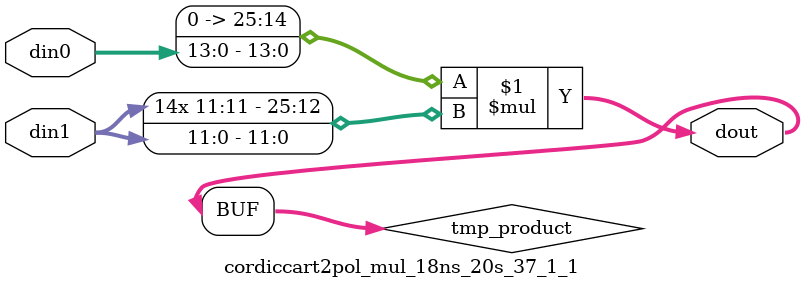
<source format=v>

`timescale 1 ns / 1 ps

 module cordiccart2pol_mul_18ns_20s_37_1_1(din0, din1, dout);
parameter ID = 1;
parameter NUM_STAGE = 0;
parameter din0_WIDTH = 14;
parameter din1_WIDTH = 12;
parameter dout_WIDTH = 26;

input [din0_WIDTH - 1 : 0] din0; 
input [din1_WIDTH - 1 : 0] din1; 
output [dout_WIDTH - 1 : 0] dout;

wire signed [dout_WIDTH - 1 : 0] tmp_product;

























assign tmp_product = $signed({1'b0, din0}) * $signed(din1);










assign dout = tmp_product;





















endmodule

</source>
